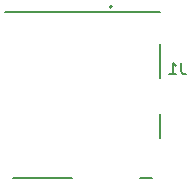
<source format=gbr>
%TF.GenerationSoftware,KiCad,Pcbnew,(6.0.7-1)-1*%
%TF.CreationDate,2022-11-24T20:11:51+01:00*%
%TF.ProjectId,Frost-ESP32,46726f73-742d-4455-9350-33322e6b6963,rev?*%
%TF.SameCoordinates,Original*%
%TF.FileFunction,Legend,Bot*%
%TF.FilePolarity,Positive*%
%FSLAX46Y46*%
G04 Gerber Fmt 4.6, Leading zero omitted, Abs format (unit mm)*
G04 Created by KiCad (PCBNEW (6.0.7-1)-1) date 2022-11-24 20:11:51*
%MOMM*%
%LPD*%
G01*
G04 APERTURE LIST*
%ADD10C,0.150000*%
%ADD11C,0.127000*%
%ADD12C,0.200000*%
G04 APERTURE END LIST*
D10*
%TO.C,J1*%
X111033561Y-79552005D02*
X111033561Y-80266780D01*
X111081213Y-80409735D01*
X111176516Y-80505039D01*
X111319471Y-80552690D01*
X111414775Y-80552690D01*
X110032876Y-80552690D02*
X110604696Y-80552690D01*
X110318786Y-80552690D02*
X110318786Y-79552005D01*
X110414090Y-79694960D01*
X110509393Y-79790264D01*
X110604696Y-79837915D01*
D11*
X101826000Y-89312500D02*
X96824000Y-89312500D01*
X108576000Y-89312500D02*
X107574000Y-89312500D01*
X109250000Y-75262500D02*
X96150000Y-75262500D01*
X109250000Y-83862500D02*
X109250000Y-85962500D01*
X109250000Y-77962500D02*
X109250000Y-80862500D01*
D12*
X105180000Y-74812500D02*
G75*
G03*
X105180000Y-74812500I-100000J0D01*
G01*
%TD*%
M02*

</source>
